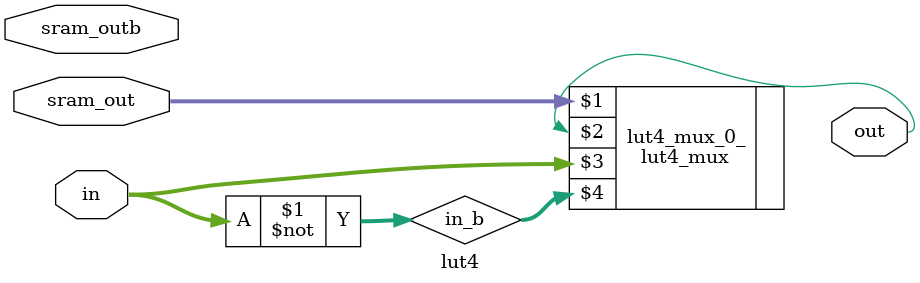
<source format=v>
 
`timescale 1ns / 1ps

//-----LUT module, verilog_model_name=lut4 -----
module lut4 (input wire [0:3] in,
output wire [0:0] out,
input wire [0:15] sram_out,
input wire [0:15] sram_outb
);
  wire [0:3] in_b;
  assign in_b = ~ in;
  lut4_mux lut4_mux_0_ ( sram_out, out, in, in_b);
endmodule
//-----END LUT module, verilog_model_name=lut4 -----


</source>
